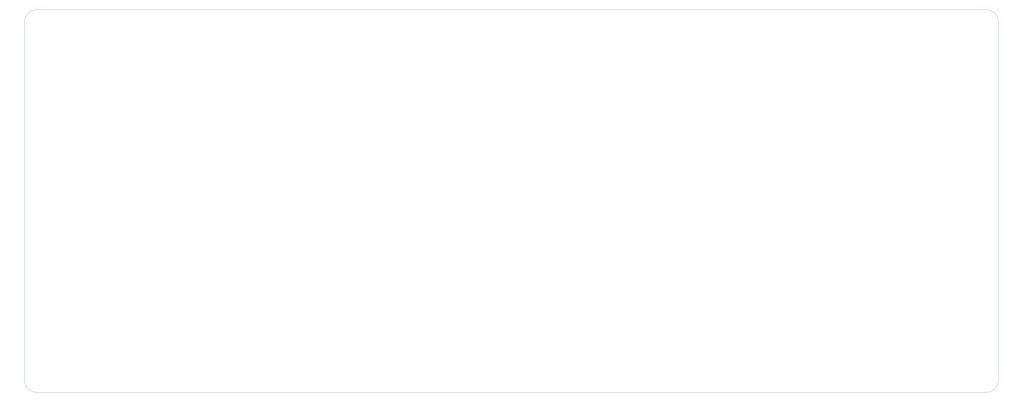
<source format=gbr>
%TF.GenerationSoftware,KiCad,Pcbnew,9.0.2+dfsg-1*%
%TF.CreationDate,2025-07-09T20:59:58-07:00*%
%TF.ProjectId,signalmesh,7369676e-616c-46d6-9573-682e6b696361,rev?*%
%TF.SameCoordinates,Original*%
%TF.FileFunction,Profile,NP*%
%FSLAX46Y46*%
G04 Gerber Fmt 4.6, Leading zero omitted, Abs format (unit mm)*
G04 Created by KiCad (PCBNEW 9.0.2+dfsg-1) date 2025-07-09 20:59:58*
%MOMM*%
%LPD*%
G01*
G04 APERTURE LIST*
%TA.AperFunction,Profile*%
%ADD10C,0.050000*%
%TD*%
G04 APERTURE END LIST*
D10*
X188135534Y-181881690D02*
G75*
G02*
X183135500Y-176749999I-34J5001690D01*
G01*
X183135534Y-176750000D02*
X183184287Y-34500000D01*
X188000000Y-29574531D02*
X566000000Y-29625468D01*
X566000000Y-181880000D02*
X188135534Y-181880000D01*
X571000000Y-176880000D02*
G75*
G02*
X566000000Y-181880000I-5000000J0D01*
G01*
X571011301Y-34620198D02*
X571000000Y-176880000D01*
X183184287Y-34500000D02*
G75*
G02*
X188000000Y-29574538I4926713J0D01*
G01*
X566000000Y-29625468D02*
G75*
G02*
X571005845Y-34620198I11200J-4994632D01*
G01*
M02*

</source>
